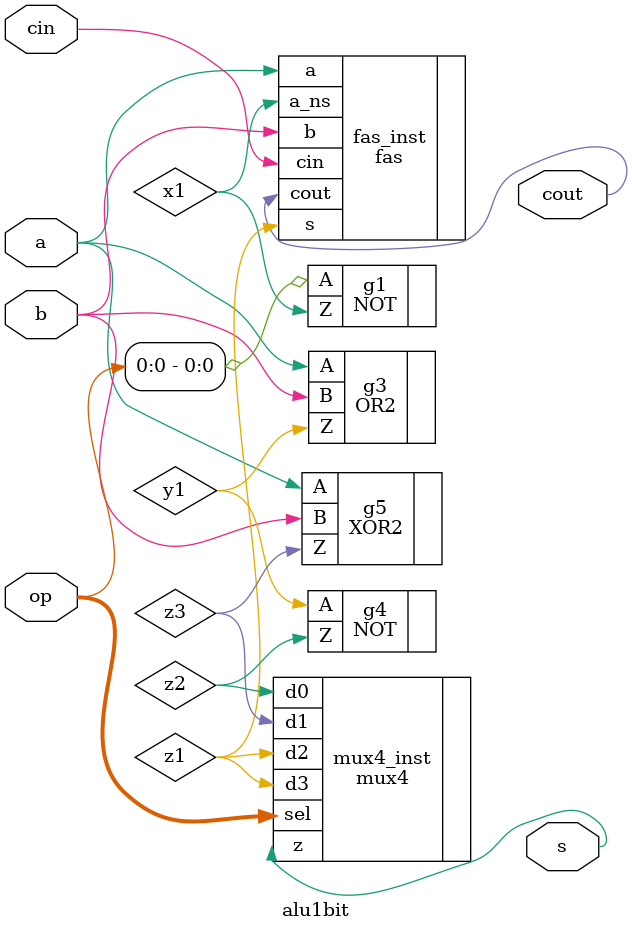
<source format=sv>
module alu1bit (
    input logic a,           // Input bit a
    input logic b,           // Input bit b
    input logic cin,         // Carry in
    input logic [1:0] op,    // Operation
    output logic s,          // Output S
    output logic cout        // Carry out
);

// Put your code here
// ------------------

    // Signal declaration for inner output wires
    logic x1;
    logic y1;
    logic z1, z2, z3;

    // Gate instantiations
    NOT #(
        .Tpdhl(10),
        .Tpdlh(10)
    ) g1 (
        .Z(x1),
        .A(op[0])
    );

    fas fas_inst (
        .s(z1),
        .cout(cout),
        .a(a),
        .b(b),
        .cin(cin),
        .a_ns(x1)
    );

    OR2 #(
        .Tpdhl(10),
        .Tpdlh(10)
    ) g3(
        .Z(y1),
        .A(a),
        .B(b)
    );

    NOT #(
        .Tpdhl(10),
        .Tpdlh(10)
    ) g4(
        .Z(z2),
        .A(y1)
    );

    XOR2 #(
        .Tpdhl(6),
        .Tpdlh(6)
    ) g5(
        .Z(z3),
        .A(a),
        .B(b)
    );

    mux4 mux4_inst (
        .z(s),
        .d0(z2),
        .d1(z3),
        .d2(z1),
        .d3(z1),
        .sel(op)
    );

// End of your code

endmodule

</source>
